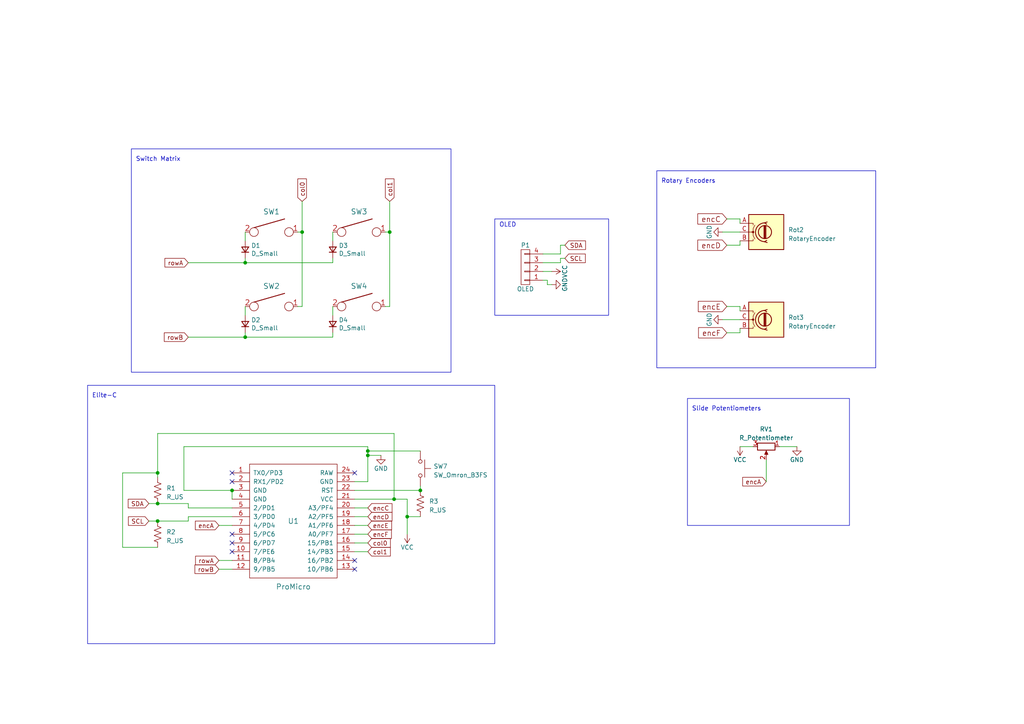
<source format=kicad_sch>
(kicad_sch (version 20230121) (generator eeschema)

  (uuid 4ca540ec-4b79-4253-a8bb-c0e3307c7b24)

  (paper "A4")

  (lib_symbols
    (symbol "Device:D_Small" (pin_numbers hide) (pin_names (offset 0.254) hide) (in_bom yes) (on_board yes)
      (property "Reference" "D" (at -1.27 2.032 0)
        (effects (font (size 1.27 1.27)) (justify left))
      )
      (property "Value" "D_Small" (at -3.81 -2.032 0)
        (effects (font (size 1.27 1.27)) (justify left))
      )
      (property "Footprint" "" (at 0 0 90)
        (effects (font (size 1.27 1.27)) hide)
      )
      (property "Datasheet" "~" (at 0 0 90)
        (effects (font (size 1.27 1.27)) hide)
      )
      (property "Sim.Device" "D" (at 0 0 0)
        (effects (font (size 1.27 1.27)) hide)
      )
      (property "Sim.Pins" "1=K 2=A" (at 0 0 0)
        (effects (font (size 1.27 1.27)) hide)
      )
      (property "ki_keywords" "diode" (at 0 0 0)
        (effects (font (size 1.27 1.27)) hide)
      )
      (property "ki_description" "Diode, small symbol" (at 0 0 0)
        (effects (font (size 1.27 1.27)) hide)
      )
      (property "ki_fp_filters" "TO-???* *_Diode_* *SingleDiode* D_*" (at 0 0 0)
        (effects (font (size 1.27 1.27)) hide)
      )
      (symbol "D_Small_0_1"
        (polyline
          (pts
            (xy -0.762 -1.016)
            (xy -0.762 1.016)
          )
          (stroke (width 0.254) (type default))
          (fill (type none))
        )
        (polyline
          (pts
            (xy -0.762 0)
            (xy 0.762 0)
          )
          (stroke (width 0) (type default))
          (fill (type none))
        )
        (polyline
          (pts
            (xy 0.762 -1.016)
            (xy -0.762 0)
            (xy 0.762 1.016)
            (xy 0.762 -1.016)
          )
          (stroke (width 0.254) (type default))
          (fill (type none))
        )
      )
      (symbol "D_Small_1_1"
        (pin passive line (at -2.54 0 0) (length 1.778)
          (name "K" (effects (font (size 1.27 1.27))))
          (number "1" (effects (font (size 1.27 1.27))))
        )
        (pin passive line (at 2.54 0 180) (length 1.778)
          (name "A" (effects (font (size 1.27 1.27))))
          (number "2" (effects (font (size 1.27 1.27))))
        )
      )
    )
    (symbol "Device:R_Potentiometer" (pin_names (offset 1.016) hide) (in_bom yes) (on_board yes)
      (property "Reference" "RV" (at -4.445 0 90)
        (effects (font (size 1.27 1.27)))
      )
      (property "Value" "R_Potentiometer" (at -2.54 0 90)
        (effects (font (size 1.27 1.27)))
      )
      (property "Footprint" "" (at 0 0 0)
        (effects (font (size 1.27 1.27)) hide)
      )
      (property "Datasheet" "~" (at 0 0 0)
        (effects (font (size 1.27 1.27)) hide)
      )
      (property "ki_keywords" "resistor variable" (at 0 0 0)
        (effects (font (size 1.27 1.27)) hide)
      )
      (property "ki_description" "Potentiometer" (at 0 0 0)
        (effects (font (size 1.27 1.27)) hide)
      )
      (property "ki_fp_filters" "Potentiometer*" (at 0 0 0)
        (effects (font (size 1.27 1.27)) hide)
      )
      (symbol "R_Potentiometer_0_1"
        (polyline
          (pts
            (xy 2.54 0)
            (xy 1.524 0)
          )
          (stroke (width 0) (type default))
          (fill (type none))
        )
        (polyline
          (pts
            (xy 1.143 0)
            (xy 2.286 0.508)
            (xy 2.286 -0.508)
            (xy 1.143 0)
          )
          (stroke (width 0) (type default))
          (fill (type outline))
        )
        (rectangle (start 1.016 2.54) (end -1.016 -2.54)
          (stroke (width 0.254) (type default))
          (fill (type none))
        )
      )
      (symbol "R_Potentiometer_1_1"
        (pin passive line (at 0 3.81 270) (length 1.27)
          (name "1" (effects (font (size 1.27 1.27))))
          (number "1" (effects (font (size 1.27 1.27))))
        )
        (pin passive line (at 3.81 0 180) (length 1.27)
          (name "2" (effects (font (size 1.27 1.27))))
          (number "2" (effects (font (size 1.27 1.27))))
        )
        (pin passive line (at 0 -3.81 90) (length 1.27)
          (name "3" (effects (font (size 1.27 1.27))))
          (number "3" (effects (font (size 1.27 1.27))))
        )
      )
    )
    (symbol "Device:R_US" (pin_numbers hide) (pin_names (offset 0)) (in_bom yes) (on_board yes)
      (property "Reference" "R" (at 2.54 0 90)
        (effects (font (size 1.27 1.27)))
      )
      (property "Value" "R_US" (at -2.54 0 90)
        (effects (font (size 1.27 1.27)))
      )
      (property "Footprint" "" (at 1.016 -0.254 90)
        (effects (font (size 1.27 1.27)) hide)
      )
      (property "Datasheet" "~" (at 0 0 0)
        (effects (font (size 1.27 1.27)) hide)
      )
      (property "ki_keywords" "R res resistor" (at 0 0 0)
        (effects (font (size 1.27 1.27)) hide)
      )
      (property "ki_description" "Resistor, US symbol" (at 0 0 0)
        (effects (font (size 1.27 1.27)) hide)
      )
      (property "ki_fp_filters" "R_*" (at 0 0 0)
        (effects (font (size 1.27 1.27)) hide)
      )
      (symbol "R_US_0_1"
        (polyline
          (pts
            (xy 0 -2.286)
            (xy 0 -2.54)
          )
          (stroke (width 0) (type default))
          (fill (type none))
        )
        (polyline
          (pts
            (xy 0 2.286)
            (xy 0 2.54)
          )
          (stroke (width 0) (type default))
          (fill (type none))
        )
        (polyline
          (pts
            (xy 0 -0.762)
            (xy 1.016 -1.143)
            (xy 0 -1.524)
            (xy -1.016 -1.905)
            (xy 0 -2.286)
          )
          (stroke (width 0) (type default))
          (fill (type none))
        )
        (polyline
          (pts
            (xy 0 0.762)
            (xy 1.016 0.381)
            (xy 0 0)
            (xy -1.016 -0.381)
            (xy 0 -0.762)
          )
          (stroke (width 0) (type default))
          (fill (type none))
        )
        (polyline
          (pts
            (xy 0 2.286)
            (xy 1.016 1.905)
            (xy 0 1.524)
            (xy -1.016 1.143)
            (xy 0 0.762)
          )
          (stroke (width 0) (type default))
          (fill (type none))
        )
      )
      (symbol "R_US_1_1"
        (pin passive line (at 0 3.81 270) (length 1.27)
          (name "~" (effects (font (size 1.27 1.27))))
          (number "1" (effects (font (size 1.27 1.27))))
        )
        (pin passive line (at 0 -3.81 90) (length 1.27)
          (name "~" (effects (font (size 1.27 1.27))))
          (number "2" (effects (font (size 1.27 1.27))))
        )
      )
    )
    (symbol "Device:RotaryEncoder" (pin_names (offset 0.254) hide) (in_bom yes) (on_board yes)
      (property "Reference" "SW" (at 0 6.604 0)
        (effects (font (size 1.27 1.27)))
      )
      (property "Value" "RotaryEncoder" (at 0 -6.604 0)
        (effects (font (size 1.27 1.27)))
      )
      (property "Footprint" "" (at -3.81 4.064 0)
        (effects (font (size 1.27 1.27)) hide)
      )
      (property "Datasheet" "~" (at 0 6.604 0)
        (effects (font (size 1.27 1.27)) hide)
      )
      (property "ki_keywords" "rotary switch encoder" (at 0 0 0)
        (effects (font (size 1.27 1.27)) hide)
      )
      (property "ki_description" "Rotary encoder, dual channel, incremental quadrate outputs" (at 0 0 0)
        (effects (font (size 1.27 1.27)) hide)
      )
      (property "ki_fp_filters" "RotaryEncoder*" (at 0 0 0)
        (effects (font (size 1.27 1.27)) hide)
      )
      (symbol "RotaryEncoder_0_1"
        (rectangle (start -5.08 5.08) (end 5.08 -5.08)
          (stroke (width 0.254) (type default))
          (fill (type background))
        )
        (circle (center -3.81 0) (radius 0.254)
          (stroke (width 0) (type default))
          (fill (type outline))
        )
        (circle (center -0.381 0) (radius 1.905)
          (stroke (width 0.254) (type default))
          (fill (type none))
        )
        (arc (start -0.381 2.667) (mid -3.0988 -0.0635) (end -0.381 -2.794)
          (stroke (width 0.254) (type default))
          (fill (type none))
        )
        (polyline
          (pts
            (xy -0.635 -1.778)
            (xy -0.635 1.778)
          )
          (stroke (width 0.254) (type default))
          (fill (type none))
        )
        (polyline
          (pts
            (xy -0.381 -1.778)
            (xy -0.381 1.778)
          )
          (stroke (width 0.254) (type default))
          (fill (type none))
        )
        (polyline
          (pts
            (xy -0.127 1.778)
            (xy -0.127 -1.778)
          )
          (stroke (width 0.254) (type default))
          (fill (type none))
        )
        (polyline
          (pts
            (xy -5.08 -2.54)
            (xy -3.81 -2.54)
            (xy -3.81 -2.032)
          )
          (stroke (width 0) (type default))
          (fill (type none))
        )
        (polyline
          (pts
            (xy -5.08 2.54)
            (xy -3.81 2.54)
            (xy -3.81 2.032)
          )
          (stroke (width 0) (type default))
          (fill (type none))
        )
        (polyline
          (pts
            (xy 0.254 -3.048)
            (xy -0.508 -2.794)
            (xy 0.127 -2.413)
          )
          (stroke (width 0.254) (type default))
          (fill (type none))
        )
        (polyline
          (pts
            (xy 0.254 2.921)
            (xy -0.508 2.667)
            (xy 0.127 2.286)
          )
          (stroke (width 0.254) (type default))
          (fill (type none))
        )
        (polyline
          (pts
            (xy -5.08 0)
            (xy -3.81 0)
            (xy -3.81 -1.016)
            (xy -3.302 -2.032)
          )
          (stroke (width 0) (type default))
          (fill (type none))
        )
        (polyline
          (pts
            (xy -4.318 0)
            (xy -3.81 0)
            (xy -3.81 1.016)
            (xy -3.302 2.032)
          )
          (stroke (width 0) (type default))
          (fill (type none))
        )
      )
      (symbol "RotaryEncoder_1_1"
        (pin passive line (at -7.62 2.54 0) (length 2.54)
          (name "A" (effects (font (size 1.27 1.27))))
          (number "A" (effects (font (size 1.27 1.27))))
        )
        (pin passive line (at -7.62 -2.54 0) (length 2.54)
          (name "B" (effects (font (size 1.27 1.27))))
          (number "B" (effects (font (size 1.27 1.27))))
        )
        (pin passive line (at -7.62 0 0) (length 2.54)
          (name "C" (effects (font (size 1.27 1.27))))
          (number "C" (effects (font (size 1.27 1.27))))
        )
      )
    )
    (symbol "Lily58-rescue:CONN_01X04-Lily58-cache" (pin_names (offset 1.016) hide) (in_bom yes) (on_board yes)
      (property "Reference" "P" (at 0 6.35 0)
        (effects (font (size 1.27 1.27)))
      )
      (property "Value" "Lily58-cache:CONN_01X04" (at 2.54 0 90)
        (effects (font (size 1.27 1.27)))
      )
      (property "Footprint" "" (at 0 0 0)
        (effects (font (size 1.27 1.27)))
      )
      (property "Datasheet" "" (at 0 0 0)
        (effects (font (size 1.27 1.27)))
      )
      (property "ki_fp_filters" "Pin_Header_Straight_1X04 Pin_Header_Angled_1X04 Socket_Strip_Straight_1X04 Socket_Strip_Angled_1X04" (at 0 0 0)
        (effects (font (size 1.27 1.27)) hide)
      )
      (symbol "CONN_01X04-Lily58-cache_0_1"
        (rectangle (start -1.27 -3.683) (end 0.254 -3.937)
          (stroke (width 0) (type solid))
          (fill (type none))
        )
        (rectangle (start -1.27 -1.143) (end 0.254 -1.397)
          (stroke (width 0) (type solid))
          (fill (type none))
        )
        (rectangle (start -1.27 1.397) (end 0.254 1.143)
          (stroke (width 0) (type solid))
          (fill (type none))
        )
        (rectangle (start -1.27 3.937) (end 0.254 3.683)
          (stroke (width 0) (type solid))
          (fill (type none))
        )
        (rectangle (start -1.27 5.08) (end 1.27 -5.08)
          (stroke (width 0) (type solid))
          (fill (type none))
        )
      )
      (symbol "CONN_01X04-Lily58-cache_1_1"
        (pin passive line (at -5.08 3.81 0) (length 3.81)
          (name "P1" (effects (font (size 1.27 1.27))))
          (number "1" (effects (font (size 1.27 1.27))))
        )
        (pin passive line (at -5.08 1.27 0) (length 3.81)
          (name "P2" (effects (font (size 1.27 1.27))))
          (number "2" (effects (font (size 1.27 1.27))))
        )
        (pin passive line (at -5.08 -1.27 0) (length 3.81)
          (name "P3" (effects (font (size 1.27 1.27))))
          (number "3" (effects (font (size 1.27 1.27))))
        )
        (pin passive line (at -5.08 -3.81 0) (length 3.81)
          (name "P4" (effects (font (size 1.27 1.27))))
          (number "4" (effects (font (size 1.27 1.27))))
        )
      )
    )
    (symbol "Switch:SW_Omron_B3FS" (pin_numbers hide) (pin_names (offset 1.016) hide) (in_bom yes) (on_board yes)
      (property "Reference" "SW" (at 1.27 2.54 0)
        (effects (font (size 1.27 1.27)) (justify left))
      )
      (property "Value" "SW_Omron_B3FS" (at 0 -1.524 0)
        (effects (font (size 1.27 1.27)))
      )
      (property "Footprint" "" (at 0 5.08 0)
        (effects (font (size 1.27 1.27)) hide)
      )
      (property "Datasheet" "https://omronfs.omron.com/en_US/ecb/products/pdf/en-b3fs.pdf" (at 0 5.08 0)
        (effects (font (size 1.27 1.27)) hide)
      )
      (property "ki_keywords" "switch normally-open pushbutton push-button" (at 0 0 0)
        (effects (font (size 1.27 1.27)) hide)
      )
      (property "ki_description" "Omron B3FS 6x6mm single pole normally-open tactile switch" (at 0 0 0)
        (effects (font (size 1.27 1.27)) hide)
      )
      (property "ki_fp_filters" "SW*Omron*B3FS*" (at 0 0 0)
        (effects (font (size 1.27 1.27)) hide)
      )
      (symbol "SW_Omron_B3FS_0_1"
        (circle (center -2.032 0) (radius 0.508)
          (stroke (width 0) (type default))
          (fill (type none))
        )
        (polyline
          (pts
            (xy 0 1.27)
            (xy 0 3.048)
          )
          (stroke (width 0) (type default))
          (fill (type none))
        )
        (polyline
          (pts
            (xy 2.54 1.27)
            (xy -2.54 1.27)
          )
          (stroke (width 0) (type default))
          (fill (type none))
        )
        (circle (center 2.032 0) (radius 0.508)
          (stroke (width 0) (type default))
          (fill (type none))
        )
        (pin passive line (at -5.08 0 0) (length 2.54)
          (name "1" (effects (font (size 1.27 1.27))))
          (number "1" (effects (font (size 1.27 1.27))))
        )
        (pin passive line (at 5.08 0 180) (length 2.54)
          (name "2" (effects (font (size 1.27 1.27))))
          (number "2" (effects (font (size 1.27 1.27))))
        )
      )
    )
    (symbol "fourier-left-rescue:ProMicro-promicro" (pin_names (offset 1.016)) (in_bom yes) (on_board yes)
      (property "Reference" "U" (at 0 0 0)
        (effects (font (size 1.524 1.524)))
      )
      (property "Value" "ProMicro-promicro" (at 0 -19.05 0)
        (effects (font (size 1.524 1.524)))
      )
      (property "Footprint" "" (at 26.67 -63.5 90)
        (effects (font (size 1.524 1.524)) hide)
      )
      (property "Datasheet" "" (at 26.67 -63.5 90)
        (effects (font (size 1.524 1.524)) hide)
      )
      (symbol "ProMicro-promicro_0_1"
        (rectangle (start -12.7 -16.51) (end 12.7 16.51)
          (stroke (width 0) (type solid))
          (fill (type none))
        )
      )
      (symbol "ProMicro-promicro_1_1"
        (pin input line (at -17.78 13.97 0) (length 5.08)
          (name "TX0/PD3" (effects (font (size 1.27 1.27))))
          (number "1" (effects (font (size 1.27 1.27))))
        )
        (pin input line (at -17.78 -8.89 0) (length 5.08)
          (name "7/PE6" (effects (font (size 1.27 1.27))))
          (number "10" (effects (font (size 1.27 1.27))))
        )
        (pin input line (at -17.78 -11.43 0) (length 5.08)
          (name "8/PB4" (effects (font (size 1.27 1.27))))
          (number "11" (effects (font (size 1.27 1.27))))
        )
        (pin input line (at -17.78 -13.97 0) (length 5.08)
          (name "9/PB5" (effects (font (size 1.27 1.27))))
          (number "12" (effects (font (size 1.27 1.27))))
        )
        (pin input line (at 17.78 -13.97 180) (length 5.08)
          (name "10/PB6" (effects (font (size 1.27 1.27))))
          (number "13" (effects (font (size 1.27 1.27))))
        )
        (pin input line (at 17.78 -11.43 180) (length 5.08)
          (name "16/PB2" (effects (font (size 1.27 1.27))))
          (number "14" (effects (font (size 1.27 1.27))))
        )
        (pin input line (at 17.78 -8.89 180) (length 5.08)
          (name "14/PB3" (effects (font (size 1.27 1.27))))
          (number "15" (effects (font (size 1.27 1.27))))
        )
        (pin input line (at 17.78 -6.35 180) (length 5.08)
          (name "15/PB1" (effects (font (size 1.27 1.27))))
          (number "16" (effects (font (size 1.27 1.27))))
        )
        (pin input line (at 17.78 -3.81 180) (length 5.08)
          (name "A0/PF7" (effects (font (size 1.27 1.27))))
          (number "17" (effects (font (size 1.27 1.27))))
        )
        (pin input line (at 17.78 -1.27 180) (length 5.08)
          (name "A1/PF6" (effects (font (size 1.27 1.27))))
          (number "18" (effects (font (size 1.27 1.27))))
        )
        (pin input line (at 17.78 1.27 180) (length 5.08)
          (name "A2/PF5" (effects (font (size 1.27 1.27))))
          (number "19" (effects (font (size 1.27 1.27))))
        )
        (pin input line (at -17.78 11.43 0) (length 5.08)
          (name "RX1/PD2" (effects (font (size 1.27 1.27))))
          (number "2" (effects (font (size 1.27 1.27))))
        )
        (pin input line (at 17.78 3.81 180) (length 5.08)
          (name "A3/PF4" (effects (font (size 1.27 1.27))))
          (number "20" (effects (font (size 1.27 1.27))))
        )
        (pin input line (at 17.78 6.35 180) (length 5.08)
          (name "VCC" (effects (font (size 1.27 1.27))))
          (number "21" (effects (font (size 1.27 1.27))))
        )
        (pin input line (at 17.78 8.89 180) (length 5.08)
          (name "RST" (effects (font (size 1.27 1.27))))
          (number "22" (effects (font (size 1.27 1.27))))
        )
        (pin input line (at 17.78 11.43 180) (length 5.08)
          (name "GND" (effects (font (size 1.27 1.27))))
          (number "23" (effects (font (size 1.27 1.27))))
        )
        (pin input line (at 17.78 13.97 180) (length 5.08)
          (name "RAW" (effects (font (size 1.27 1.27))))
          (number "24" (effects (font (size 1.27 1.27))))
        )
        (pin input line (at -17.78 8.89 0) (length 5.08)
          (name "GND" (effects (font (size 1.27 1.27))))
          (number "3" (effects (font (size 1.27 1.27))))
        )
        (pin input line (at -17.78 6.35 0) (length 5.08)
          (name "GND" (effects (font (size 1.27 1.27))))
          (number "4" (effects (font (size 1.27 1.27))))
        )
        (pin input line (at -17.78 3.81 0) (length 5.08)
          (name "2/PD1" (effects (font (size 1.27 1.27))))
          (number "5" (effects (font (size 1.27 1.27))))
        )
        (pin input line (at -17.78 1.27 0) (length 5.08)
          (name "3/PD0" (effects (font (size 1.27 1.27))))
          (number "6" (effects (font (size 1.27 1.27))))
        )
        (pin input line (at -17.78 -1.27 0) (length 5.08)
          (name "4/PD4" (effects (font (size 1.27 1.27))))
          (number "7" (effects (font (size 1.27 1.27))))
        )
        (pin input line (at -17.78 -3.81 0) (length 5.08)
          (name "5/PC6" (effects (font (size 1.27 1.27))))
          (number "8" (effects (font (size 1.27 1.27))))
        )
        (pin input line (at -17.78 -6.35 0) (length 5.08)
          (name "6/PD7" (effects (font (size 1.27 1.27))))
          (number "9" (effects (font (size 1.27 1.27))))
        )
      )
    )
    (symbol "keyboard_parts:KEYSW" (pin_names (offset 1.016)) (in_bom yes) (on_board yes)
      (property "Reference" "K?" (at -1.27 0 0)
        (effects (font (size 1.524 1.524)))
      )
      (property "Value" "KEYSW" (at 0 -2.54 0)
        (effects (font (size 1.524 1.524)) hide)
      )
      (property "Footprint" "" (at 0 0 0)
        (effects (font (size 1.524 1.524)))
      )
      (property "Datasheet" "" (at 0 0 0)
        (effects (font (size 1.524 1.524)))
      )
      (symbol "KEYSW_0_1"
        (circle (center -5.08 0) (radius 1.27)
          (stroke (width 0) (type default))
          (fill (type none))
        )
        (polyline
          (pts
            (xy -5.08 1.27)
            (xy 3.81 3.81)
          )
          (stroke (width 0.254) (type default))
          (fill (type none))
        )
        (circle (center 5.08 0) (radius 1.27)
          (stroke (width 0) (type default))
          (fill (type none))
        )
      )
      (symbol "KEYSW_1_1"
        (pin passive line (at 7.62 0 180) (length 1.27)
          (name "~" (effects (font (size 1.524 1.524))))
          (number "1" (effects (font (size 1.524 1.524))))
        )
        (pin passive line (at -7.62 0 0) (length 1.27)
          (name "~" (effects (font (size 1.524 1.524))))
          (number "2" (effects (font (size 1.524 1.524))))
        )
      )
    )
    (symbol "power:GND" (power) (pin_names (offset 0)) (in_bom yes) (on_board yes)
      (property "Reference" "#PWR" (at 0 -6.35 0)
        (effects (font (size 1.27 1.27)) hide)
      )
      (property "Value" "GND" (at 0 -3.81 0)
        (effects (font (size 1.27 1.27)))
      )
      (property "Footprint" "" (at 0 0 0)
        (effects (font (size 1.27 1.27)) hide)
      )
      (property "Datasheet" "" (at 0 0 0)
        (effects (font (size 1.27 1.27)) hide)
      )
      (property "ki_keywords" "global power" (at 0 0 0)
        (effects (font (size 1.27 1.27)) hide)
      )
      (property "ki_description" "Power symbol creates a global label with name \"GND\" , ground" (at 0 0 0)
        (effects (font (size 1.27 1.27)) hide)
      )
      (symbol "GND_0_1"
        (polyline
          (pts
            (xy 0 0)
            (xy 0 -1.27)
            (xy 1.27 -1.27)
            (xy 0 -2.54)
            (xy -1.27 -1.27)
            (xy 0 -1.27)
          )
          (stroke (width 0) (type default))
          (fill (type none))
        )
      )
      (symbol "GND_1_1"
        (pin power_in line (at 0 0 270) (length 0) hide
          (name "GND" (effects (font (size 1.27 1.27))))
          (number "1" (effects (font (size 1.27 1.27))))
        )
      )
    )
    (symbol "power:VCC" (power) (pin_names (offset 0)) (in_bom yes) (on_board yes)
      (property "Reference" "#PWR" (at 0 -3.81 0)
        (effects (font (size 1.27 1.27)) hide)
      )
      (property "Value" "VCC" (at 0 3.81 0)
        (effects (font (size 1.27 1.27)))
      )
      (property "Footprint" "" (at 0 0 0)
        (effects (font (size 1.27 1.27)) hide)
      )
      (property "Datasheet" "" (at 0 0 0)
        (effects (font (size 1.27 1.27)) hide)
      )
      (property "ki_keywords" "global power" (at 0 0 0)
        (effects (font (size 1.27 1.27)) hide)
      )
      (property "ki_description" "Power symbol creates a global label with name \"VCC\"" (at 0 0 0)
        (effects (font (size 1.27 1.27)) hide)
      )
      (symbol "VCC_0_1"
        (polyline
          (pts
            (xy -0.762 1.27)
            (xy 0 2.54)
          )
          (stroke (width 0) (type default))
          (fill (type none))
        )
        (polyline
          (pts
            (xy 0 0)
            (xy 0 2.54)
          )
          (stroke (width 0) (type default))
          (fill (type none))
        )
        (polyline
          (pts
            (xy 0 2.54)
            (xy 0.762 1.27)
          )
          (stroke (width 0) (type default))
          (fill (type none))
        )
      )
      (symbol "VCC_1_1"
        (pin power_in line (at 0 0 90) (length 0) hide
          (name "VCC" (effects (font (size 1.27 1.27))))
          (number "1" (effects (font (size 1.27 1.27))))
        )
      )
    )
  )

  (junction (at 113.03 67.31) (diameter 0) (color 0 0 0 0)
    (uuid 0c0808a2-0a92-4419-8912-939c1674b199)
  )
  (junction (at 67.31 142.24) (diameter 0) (color 0 0 0 0)
    (uuid 2dc6f987-b34d-467b-b6e8-8968b41f277a)
  )
  (junction (at 118.11 149.86) (diameter 0) (color 0 0 0 0)
    (uuid 2eebdae9-bf8f-47e8-a498-fd64804230b9)
  )
  (junction (at 71.12 76.2) (diameter 0) (color 0 0 0 0)
    (uuid 35e1f12f-75b1-4c94-a649-dc4366131add)
  )
  (junction (at 45.72 137.16) (diameter 0) (color 0 0 0 0)
    (uuid 3bee580c-171a-49f6-a0ff-a45102220cd4)
  )
  (junction (at 71.12 97.79) (diameter 0) (color 0 0 0 0)
    (uuid 41b0fefe-9042-422b-bbab-64465b8ea6e6)
  )
  (junction (at 121.92 142.24) (diameter 0) (color 0 0 0 0)
    (uuid 433b7b7e-df55-4f8e-96f2-6b2c8de5e312)
  )
  (junction (at 45.72 151.13) (diameter 0) (color 0 0 0 0)
    (uuid 46595610-606e-4d86-96cb-9287df201370)
  )
  (junction (at 106.68 130.81) (diameter 0) (color 0 0 0 0)
    (uuid 92d53e8e-feb2-42f3-aed5-90e111dc9a5a)
  )
  (junction (at 114.3 144.78) (diameter 0) (color 0 0 0 0)
    (uuid bd77e465-824b-41ce-b60e-1c3a68b60874)
  )
  (junction (at 106.68 132.08) (diameter 0) (color 0 0 0 0)
    (uuid d4b11a89-42d2-4dd1-b132-d6b7c52af2bf)
  )
  (junction (at 87.63 67.31) (diameter 0) (color 0 0 0 0)
    (uuid e72c8c23-da20-4050-896a-61942a96b135)
  )
  (junction (at 45.72 146.05) (diameter 0) (color 0 0 0 0)
    (uuid f3d7edfe-3632-4193-a9a9-8771ea56b2b5)
  )

  (no_connect (at 67.31 139.7) (uuid 2a75423f-3419-4240-8475-8732ca8170df))
  (no_connect (at 67.31 157.48) (uuid 742802de-562e-4f64-be26-d4db7400919b))
  (no_connect (at 102.87 165.1) (uuid 94674016-ba64-42e6-bd42-300a0976fac2))
  (no_connect (at 102.87 162.56) (uuid 94e24e03-6d18-4c31-832a-4582ed1ceeeb))
  (no_connect (at 67.31 137.16) (uuid 98ed26d5-ee56-45db-bdfe-7a8c2cfb8e0c))
  (no_connect (at 67.31 160.02) (uuid 9c236296-126a-475f-bf89-fbff995d33b9))
  (no_connect (at 102.87 137.16) (uuid f1823aa5-e103-4256-bc47-3f0ee8b91879))
  (no_connect (at 67.31 154.94) (uuid fe3d44e5-bae4-4357-ad2a-4f37d40c4f4e))

  (wire (pts (xy 54.61 147.32) (xy 54.61 146.05))
    (stroke (width 0) (type default))
    (uuid 01a3cccb-2faf-48c5-98cc-4579ea680552)
  )
  (wire (pts (xy 111.76 88.9) (xy 113.03 88.9))
    (stroke (width 0) (type default))
    (uuid 02206d0c-c7cc-45d2-9233-5e27265a0a30)
  )
  (wire (pts (xy 102.87 142.24) (xy 121.92 142.24))
    (stroke (width 0) (type default))
    (uuid 06c8532c-78bf-4cfa-a28f-1d6a601795e8)
  )
  (wire (pts (xy 162.56 71.12) (xy 163.83 71.12))
    (stroke (width 0) (type default))
    (uuid 0ca2f08f-6259-4d5f-b8b2-29f23076250a)
  )
  (wire (pts (xy 71.12 96.52) (xy 71.12 97.79))
    (stroke (width 0) (type default))
    (uuid 0cec4bd1-223f-480a-a0e7-a18efe66bd6c)
  )
  (wire (pts (xy 54.61 146.05) (xy 45.72 146.05))
    (stroke (width 0) (type default))
    (uuid 11184c05-e095-450a-a6f2-c3e848cf787a)
  )
  (wire (pts (xy 71.12 97.79) (xy 96.52 97.79))
    (stroke (width 0) (type default))
    (uuid 18edd8d5-4972-4773-b950-5c96f1cdec6e)
  )
  (wire (pts (xy 214.63 88.9) (xy 214.63 90.17))
    (stroke (width 0) (type default))
    (uuid 21fa8d50-3d85-42ee-a443-1acc60a6dfff)
  )
  (wire (pts (xy 121.92 140.97) (xy 121.92 142.24))
    (stroke (width 0) (type default))
    (uuid 22fd5172-7210-41c0-8ba3-c121afbf3cb5)
  )
  (wire (pts (xy 96.52 67.31) (xy 96.52 69.85))
    (stroke (width 0) (type default))
    (uuid 248fcc36-ec74-4485-8894-cd689771c2df)
  )
  (wire (pts (xy 214.63 69.85) (xy 214.63 71.12))
    (stroke (width 0) (type default))
    (uuid 2803d072-950c-44e7-87d9-ca4e1f9d8fdf)
  )
  (wire (pts (xy 87.63 58.42) (xy 87.63 67.31))
    (stroke (width 0) (type default))
    (uuid 2ce150e6-b2e8-437d-9ad0-2e16d2b6ae68)
  )
  (wire (pts (xy 162.56 71.12) (xy 162.56 73.66))
    (stroke (width 0) (type default))
    (uuid 2e34e4e1-bfbd-41b1-acd7-b7d013ffc06e)
  )
  (wire (pts (xy 71.12 88.9) (xy 71.12 91.44))
    (stroke (width 0) (type default))
    (uuid 39502fd1-d654-4b63-9df7-3622291cec66)
  )
  (wire (pts (xy 53.34 129.54) (xy 53.34 142.24))
    (stroke (width 0) (type default))
    (uuid 395532f3-221b-422b-9f92-aba122812fce)
  )
  (wire (pts (xy 157.48 78.74) (xy 160.02 78.74))
    (stroke (width 0) (type default))
    (uuid 395fa23a-c484-46d8-8d81-d633f6aba717)
  )
  (wire (pts (xy 209.55 67.31) (xy 214.63 67.31))
    (stroke (width 0) (type default))
    (uuid 3aaa55b7-0df7-4824-8d9e-4bab3b726cf2)
  )
  (wire (pts (xy 118.11 154.94) (xy 118.11 149.86))
    (stroke (width 0) (type default))
    (uuid 3b739f5a-e012-46f2-9851-283e33300dee)
  )
  (wire (pts (xy 43.18 151.13) (xy 45.72 151.13))
    (stroke (width 0) (type default))
    (uuid 3c975863-f714-4dbb-b3f9-c4644cc699dd)
  )
  (wire (pts (xy 102.87 139.7) (xy 106.68 139.7))
    (stroke (width 0) (type default))
    (uuid 415d0e35-f31c-45db-8046-3fc041fc83ff)
  )
  (wire (pts (xy 54.61 97.79) (xy 71.12 97.79))
    (stroke (width 0) (type default))
    (uuid 427eec64-2698-441f-935f-e8de72d54701)
  )
  (wire (pts (xy 67.31 142.24) (xy 67.31 144.78))
    (stroke (width 0) (type default))
    (uuid 440d9268-12f7-4c02-9661-dc56b2ad7718)
  )
  (wire (pts (xy 54.61 151.13) (xy 54.61 149.86))
    (stroke (width 0) (type default))
    (uuid 47fc0338-a0f7-4df8-ab88-a1675098b019)
  )
  (wire (pts (xy 96.52 96.52) (xy 96.52 97.79))
    (stroke (width 0) (type default))
    (uuid 490d3b01-1af5-476d-b8ad-64d89ce9ad77)
  )
  (wire (pts (xy 118.11 144.78) (xy 114.3 144.78))
    (stroke (width 0) (type default))
    (uuid 4e414149-20d6-46cb-9c65-82bc0b7078c0)
  )
  (wire (pts (xy 96.52 74.93) (xy 96.52 76.2))
    (stroke (width 0) (type default))
    (uuid 4fc955e3-72b0-44df-9904-794cea1c9aa1)
  )
  (wire (pts (xy 106.68 130.81) (xy 121.92 130.81))
    (stroke (width 0) (type default))
    (uuid 509c7eb1-940b-453d-a137-46ebd1775eda)
  )
  (wire (pts (xy 106.68 139.7) (xy 106.68 132.08))
    (stroke (width 0) (type default))
    (uuid 52a31ce7-df6a-4da4-bea0-f57b94c4763b)
  )
  (wire (pts (xy 45.72 138.43) (xy 45.72 137.16))
    (stroke (width 0) (type default))
    (uuid 52ec5f4f-780f-498e-a259-2bc26ef6b5e1)
  )
  (wire (pts (xy 209.55 92.71) (xy 214.63 92.71))
    (stroke (width 0) (type default))
    (uuid 534ba76a-e6fb-40ef-841d-57acf779cf94)
  )
  (wire (pts (xy 114.3 125.73) (xy 114.3 144.78))
    (stroke (width 0) (type default))
    (uuid 57b2c8f4-b6b7-42ab-9387-467eda201acb)
  )
  (wire (pts (xy 106.68 130.81) (xy 106.68 129.54))
    (stroke (width 0) (type default))
    (uuid 5bed3f70-dc79-47c4-a406-0f006f8ca379)
  )
  (wire (pts (xy 63.5 152.4) (xy 67.31 152.4))
    (stroke (width 0) (type default))
    (uuid 65a087c3-3554-4ab8-93cd-9bd2c919b07f)
  )
  (wire (pts (xy 158.75 82.55) (xy 160.02 82.55))
    (stroke (width 0) (type default))
    (uuid 6f8696ff-beda-4ad9-b9c4-b4a6441d1087)
  )
  (wire (pts (xy 226.06 129.54) (xy 231.14 129.54))
    (stroke (width 0) (type default))
    (uuid 6f924664-2593-487d-bf40-5050d01efe3d)
  )
  (wire (pts (xy 71.12 67.31) (xy 71.12 69.85))
    (stroke (width 0) (type default))
    (uuid 7236f0c2-75a6-47c0-855a-478546e97a94)
  )
  (wire (pts (xy 102.87 157.48) (xy 106.68 157.48))
    (stroke (width 0) (type default))
    (uuid 75daf265-27cb-40d8-b754-91af3ae32f89)
  )
  (wire (pts (xy 53.34 142.24) (xy 67.31 142.24))
    (stroke (width 0) (type default))
    (uuid 784fae42-605b-4bd8-9fe5-d1c40196603b)
  )
  (wire (pts (xy 162.56 74.93) (xy 162.56 76.2))
    (stroke (width 0) (type default))
    (uuid 7e26b92b-51b2-43f5-a78a-48a006380108)
  )
  (wire (pts (xy 106.68 129.54) (xy 53.34 129.54))
    (stroke (width 0) (type default))
    (uuid 82790bbd-c161-4f4b-8be5-7c085c905718)
  )
  (wire (pts (xy 71.12 76.2) (xy 96.52 76.2))
    (stroke (width 0) (type default))
    (uuid 854ce746-9497-4bea-b382-2570570d81a0)
  )
  (wire (pts (xy 158.75 82.55) (xy 158.75 81.28))
    (stroke (width 0) (type default))
    (uuid 87038293-39e5-4970-bdb7-d230c0706def)
  )
  (wire (pts (xy 162.56 76.2) (xy 157.48 76.2))
    (stroke (width 0) (type default))
    (uuid 877662ec-41ee-45fd-9426-521b1b871e29)
  )
  (wire (pts (xy 54.61 147.32) (xy 67.31 147.32))
    (stroke (width 0) (type default))
    (uuid 88cea4fc-5282-4645-a466-67a51e8e7083)
  )
  (wire (pts (xy 54.61 149.86) (xy 67.31 149.86))
    (stroke (width 0) (type default))
    (uuid 8af34597-e2c0-45d3-abd8-4104949e7d10)
  )
  (wire (pts (xy 87.63 67.31) (xy 87.63 88.9))
    (stroke (width 0) (type default))
    (uuid 8eeb941f-6f70-413d-8cff-3c2744a087ce)
  )
  (wire (pts (xy 214.63 71.12) (xy 210.82 71.12))
    (stroke (width 0) (type default))
    (uuid 90f2e249-0788-447d-8bac-a533778a5fe6)
  )
  (wire (pts (xy 106.68 132.08) (xy 106.68 130.81))
    (stroke (width 0) (type default))
    (uuid 99ed7f3b-5c12-4d2e-9114-5b3fe8da6b5d)
  )
  (wire (pts (xy 214.63 96.52) (xy 210.82 96.52))
    (stroke (width 0) (type default))
    (uuid 9b6805b3-73dd-457d-afce-c52ac2021744)
  )
  (wire (pts (xy 210.82 63.5) (xy 214.63 63.5))
    (stroke (width 0) (type default))
    (uuid 9fa2c96f-3fa6-47d4-bea7-d2ec33a47901)
  )
  (wire (pts (xy 45.72 146.05) (xy 43.18 146.05))
    (stroke (width 0) (type default))
    (uuid a6796433-97c6-4c54-9a30-40fcbf11e1ce)
  )
  (wire (pts (xy 102.87 147.32) (xy 106.68 147.32))
    (stroke (width 0) (type default))
    (uuid a8a7f134-6e00-4633-977f-75f289ee1a72)
  )
  (wire (pts (xy 214.63 95.25) (xy 214.63 96.52))
    (stroke (width 0) (type default))
    (uuid aaef3c8e-d3f0-41ce-aa79-d9fa07065f20)
  )
  (wire (pts (xy 222.25 133.35) (xy 222.25 139.7))
    (stroke (width 0) (type default))
    (uuid b0cefc08-3e8b-4f48-9601-1bb461b11201)
  )
  (wire (pts (xy 111.76 67.31) (xy 113.03 67.31))
    (stroke (width 0) (type default))
    (uuid b19af5ed-cf85-4799-9e3c-1fef7ea0685e)
  )
  (wire (pts (xy 106.68 132.08) (xy 110.49 132.08))
    (stroke (width 0) (type default))
    (uuid b550152c-0b53-4527-915e-b4bdf33de90d)
  )
  (wire (pts (xy 86.36 67.31) (xy 87.63 67.31))
    (stroke (width 0) (type default))
    (uuid bab3a942-553c-4d4b-b13c-a876edd78c5f)
  )
  (wire (pts (xy 102.87 152.4) (xy 106.68 152.4))
    (stroke (width 0) (type default))
    (uuid bf4f9d95-9c57-4714-b35d-fe967c54ec40)
  )
  (wire (pts (xy 45.72 158.75) (xy 35.56 158.75))
    (stroke (width 0) (type default))
    (uuid c13ee4c6-89ed-486e-8e2f-ba574e2ab193)
  )
  (wire (pts (xy 54.61 76.2) (xy 71.12 76.2))
    (stroke (width 0) (type default))
    (uuid c1ba545c-8349-4c5e-9c4d-1db93212f27f)
  )
  (wire (pts (xy 45.72 137.16) (xy 45.72 125.73))
    (stroke (width 0) (type default))
    (uuid c70680ba-3323-4cab-aaee-4723d55664d2)
  )
  (wire (pts (xy 210.82 88.9) (xy 214.63 88.9))
    (stroke (width 0) (type default))
    (uuid c78e5d22-4f15-4ef5-94e8-e343af57e7ae)
  )
  (wire (pts (xy 113.03 67.31) (xy 113.03 88.9))
    (stroke (width 0) (type default))
    (uuid c8d73806-9c02-453d-be65-1d248673818a)
  )
  (wire (pts (xy 158.75 81.28) (xy 157.48 81.28))
    (stroke (width 0) (type default))
    (uuid c91fb40b-707f-4fc9-bd19-fb9474a702da)
  )
  (wire (pts (xy 118.11 149.86) (xy 121.92 149.86))
    (stroke (width 0) (type default))
    (uuid c9f655d2-2264-481e-b25a-c75d9b3dab70)
  )
  (wire (pts (xy 113.03 58.42) (xy 113.03 67.31))
    (stroke (width 0) (type default))
    (uuid ce4fef3f-bda2-4888-ba4c-7b6a2443e16c)
  )
  (wire (pts (xy 63.5 165.1) (xy 67.31 165.1))
    (stroke (width 0) (type default))
    (uuid d2782b77-c267-44ad-ba90-62201f255b35)
  )
  (wire (pts (xy 118.11 149.86) (xy 118.11 144.78))
    (stroke (width 0) (type default))
    (uuid d2dd2ff7-5c13-4c1f-923c-14a525b5799c)
  )
  (wire (pts (xy 102.87 160.02) (xy 106.68 160.02))
    (stroke (width 0) (type default))
    (uuid d4fc213e-1d89-499d-b275-ebf7e2f12728)
  )
  (wire (pts (xy 71.12 74.93) (xy 71.12 76.2))
    (stroke (width 0) (type default))
    (uuid d9064f05-5c3c-497f-9bbb-de54e3087a5d)
  )
  (wire (pts (xy 162.56 74.93) (xy 163.83 74.93))
    (stroke (width 0) (type default))
    (uuid da09d9b4-c835-4ec3-8adf-69fc0aa71e00)
  )
  (wire (pts (xy 162.56 73.66) (xy 157.48 73.66))
    (stroke (width 0) (type default))
    (uuid dae7ec55-cfb8-411e-9b5e-c399d92a54ab)
  )
  (wire (pts (xy 106.68 154.94) (xy 102.87 154.94))
    (stroke (width 0) (type default))
    (uuid dccedbe3-46f2-4bdd-bbd1-cab391f09c7c)
  )
  (wire (pts (xy 86.36 88.9) (xy 87.63 88.9))
    (stroke (width 0) (type default))
    (uuid ddf4b448-12dc-4936-8022-74e8225ff94f)
  )
  (wire (pts (xy 214.63 129.54) (xy 218.44 129.54))
    (stroke (width 0) (type default))
    (uuid de4542a9-e07f-4b12-b88b-113ca3fc7f06)
  )
  (wire (pts (xy 214.63 63.5) (xy 214.63 64.77))
    (stroke (width 0) (type default))
    (uuid e5bc8f1e-130b-4dc5-a736-c983580e4ea3)
  )
  (wire (pts (xy 102.87 149.86) (xy 106.68 149.86))
    (stroke (width 0) (type default))
    (uuid e5e8cf5e-9fde-4c79-beed-282f5677703a)
  )
  (wire (pts (xy 45.72 151.13) (xy 54.61 151.13))
    (stroke (width 0) (type default))
    (uuid e85c22ed-f8d3-4263-9468-26e8634c98a1)
  )
  (wire (pts (xy 102.87 144.78) (xy 114.3 144.78))
    (stroke (width 0) (type default))
    (uuid e94e5642-cdba-4f2f-8335-33b3223921c6)
  )
  (wire (pts (xy 63.5 162.56) (xy 67.31 162.56))
    (stroke (width 0) (type default))
    (uuid eb34dbc5-d891-4279-bcc8-cb6d5306c2ea)
  )
  (wire (pts (xy 96.52 88.9) (xy 96.52 91.44))
    (stroke (width 0) (type default))
    (uuid ef5d96dc-192a-4df5-9803-bdbc5021badf)
  )
  (wire (pts (xy 45.72 125.73) (xy 114.3 125.73))
    (stroke (width 0) (type default))
    (uuid f4a9a883-534a-4075-a1a7-ab6f9bfbbc2e)
  )
  (wire (pts (xy 35.56 137.16) (xy 45.72 137.16))
    (stroke (width 0) (type default))
    (uuid ffd86c9e-4225-4880-b05a-9892894bea04)
  )
  (wire (pts (xy 35.56 137.16) (xy 35.56 158.75))
    (stroke (width 0) (type default))
    (uuid ffdbdef6-51e0-407e-866c-99851ed9baad)
  )

  (rectangle (start 190.5 49.53) (end 254 106.68)
    (stroke (width 0) (type default))
    (fill (type none))
    (uuid 3f551958-a446-4056-932d-1d0ca8ab4909)
  )
  (rectangle (start 38.1 43.18) (end 130.81 107.95)
    (stroke (width 0) (type default))
    (fill (type none))
    (uuid 3f9c15e4-e2e2-42b6-bea7-b8ae61c7f5fd)
  )
  (rectangle (start 143.51 63.5) (end 176.53 91.44)
    (stroke (width 0) (type default))
    (fill (type none))
    (uuid 615034db-ded4-482e-892f-23d3954fb0f8)
  )
  (rectangle (start 199.39 115.57) (end 246.38 152.4)
    (stroke (width 0) (type default))
    (fill (type none))
    (uuid 6765b434-9edc-4cdb-ba1c-276384848352)
  )
  (rectangle (start 25.4 111.76) (end 143.51 186.69)
    (stroke (width 0) (type default))
    (fill (type none))
    (uuid b878768f-8463-42d3-be0d-3479311fa207)
  )

  (text "OLED" (at 144.78 66.04 0)
    (effects (font (size 1.27 1.27)) (justify left bottom))
    (uuid 0bb85499-68f9-4cfa-b1af-a7dfba44b92f)
  )
  (text "Elite-C" (at 26.67 115.57 0)
    (effects (font (size 1.27 1.27)) (justify left bottom))
    (uuid 0e3ecb04-21f5-4c66-a49a-0ee932110c93)
  )
  (text "Slide Potentiometers" (at 200.66 119.38 0)
    (effects (font (size 1.27 1.27)) (justify left bottom))
    (uuid 4e5b4be9-08c2-4b4b-95eb-62403d2102df)
  )
  (text "Rotary Encoders" (at 191.77 53.34 0)
    (effects (font (size 1.27 1.27)) (justify left bottom))
    (uuid 5429c882-35b7-46c5-945a-6677c73b13d9)
  )
  (text "Switch Matrix" (at 39.37 46.99 0)
    (effects (font (size 1.27 1.27)) (justify left bottom))
    (uuid 944a2208-b2d4-4c06-9a5b-83b92c990dcf)
  )

  (global_label "rowA" (shape input) (at 63.5 162.56 180) (fields_autoplaced)
    (effects (font (size 1.27 1.27)) (justify right))
    (uuid 05fcc94a-0080-4275-9d40-b8bff81c2d4d)
    (property "Intersheetrefs" "${INTERSHEET_REFS}" (at 56.2399 162.56 0)
      (effects (font (size 1.27 1.27)) (justify right) hide)
    )
  )
  (global_label "encE" (shape input) (at 210.82 88.9 180)
    (effects (font (size 1.524 1.524)) (justify right))
    (uuid 15d05ea0-0c56-443d-bf7e-dbefd734bc12)
    (property "Intersheetrefs" "${INTERSHEET_REFS}" (at 210.82 88.9 0)
      (effects (font (size 1.27 1.27)) hide)
    )
  )
  (global_label "SDA" (shape input) (at 43.18 146.05 180) (fields_autoplaced)
    (effects (font (size 1.27 1.27)) (justify right))
    (uuid 20f62b55-10bd-4d59-bf2c-7cfc973bc368)
    (property "Intersheetrefs" "${INTERSHEET_REFS}" (at 36.7061 146.05 0)
      (effects (font (size 1.27 1.27)) (justify right) hide)
    )
  )
  (global_label "SCL" (shape input) (at 163.83 74.93 0) (fields_autoplaced)
    (effects (font (size 1.27 1.27)) (justify left))
    (uuid 304b63b5-4905-4b07-a35a-7b1df51aa3c7)
    (property "Intersheetrefs" "${INTERSHEET_REFS}" (at 170.2434 74.93 0)
      (effects (font (size 1.27 1.27)) (justify left) hide)
    )
  )
  (global_label "encE" (shape input) (at 106.68 152.4 0) (fields_autoplaced)
    (effects (font (size 1.27 1.27)) (justify left))
    (uuid 3a050ab0-9ee7-4cf8-8614-bd70a4c00aeb)
    (property "Intersheetrefs" "${INTERSHEET_REFS}" (at 114.061 152.4 0)
      (effects (font (size 1.27 1.27)) (justify left) hide)
    )
  )
  (global_label "encF" (shape input) (at 210.82 96.52 180)
    (effects (font (size 1.524 1.524)) (justify right))
    (uuid 3f82ee47-a5d6-447e-93ee-686c476cfc36)
    (property "Intersheetrefs" "${INTERSHEET_REFS}" (at 210.82 96.52 0)
      (effects (font (size 1.27 1.27)) hide)
    )
  )
  (global_label "encC" (shape input) (at 106.68 147.32 0) (fields_autoplaced)
    (effects (font (size 1.27 1.27)) (justify left))
    (uuid 45f9eec6-1267-48d7-bfc3-6585187d4a7c)
    (property "Intersheetrefs" "${INTERSHEET_REFS}" (at 114.182 147.32 0)
      (effects (font (size 1.27 1.27)) (justify left) hide)
    )
  )
  (global_label "encD" (shape input) (at 106.68 149.86 0) (fields_autoplaced)
    (effects (font (size 1.27 1.27)) (justify left))
    (uuid 516d52b4-3859-4e0f-9a07-941ed06fa1cf)
    (property "Intersheetrefs" "${INTERSHEET_REFS}" (at 114.182 149.86 0)
      (effects (font (size 1.27 1.27)) (justify left) hide)
    )
  )
  (global_label "col0" (shape input) (at 87.63 58.42 90) (fields_autoplaced)
    (effects (font (size 1.27 1.27)) (justify left))
    (uuid 59de940a-48ce-4d90-94ce-09365edc56f2)
    (property "Intersheetrefs" "${INTERSHEET_REFS}" (at 87.63 51.4019 90)
      (effects (font (size 1.27 1.27)) (justify left) hide)
    )
  )
  (global_label "col0" (shape input) (at 106.68 157.48 0) (fields_autoplaced)
    (effects (font (size 1.27 1.27)) (justify left))
    (uuid 632816dc-d0e8-4fd0-99e8-2117dbe89519)
    (property "Intersheetrefs" "${INTERSHEET_REFS}" (at 113.6981 157.48 0)
      (effects (font (size 1.27 1.27)) (justify left) hide)
    )
  )
  (global_label "encD" (shape input) (at 210.82 71.12 180)
    (effects (font (size 1.524 1.524)) (justify right))
    (uuid 69dbc9d0-b4b6-48c7-a98b-26743fe8fb36)
    (property "Intersheetrefs" "${INTERSHEET_REFS}" (at 210.82 71.12 0)
      (effects (font (size 1.27 1.27)) hide)
    )
  )
  (global_label "encC" (shape input) (at 210.82 63.5 180)
    (effects (font (size 1.524 1.524)) (justify right))
    (uuid 80f565ca-62c9-47dd-8743-61a48d710e84)
    (property "Intersheetrefs" "${INTERSHEET_REFS}" (at 210.82 63.5 0)
      (effects (font (size 1.27 1.27)) hide)
    )
  )
  (global_label "rowA" (shape input) (at 54.61 76.2 180) (fields_autoplaced)
    (effects (font (size 1.27 1.27)) (justify right))
    (uuid 84386e40-7c90-456b-bf08-bd1ce5b21df3)
    (property "Intersheetrefs" "${INTERSHEET_REFS}" (at 47.3499 76.2 0)
      (effects (font (size 1.27 1.27)) (justify right) hide)
    )
  )
  (global_label "encA" (shape input) (at 63.5 152.4 180) (fields_autoplaced)
    (effects (font (size 1.27 1.27)) (justify right))
    (uuid 8615e2c0-5e60-4814-b135-384d3a3f11bf)
    (property "Intersheetrefs" "${INTERSHEET_REFS}" (at 56.1794 152.4 0)
      (effects (font (size 1.27 1.27)) (justify right) hide)
    )
  )
  (global_label "SDA" (shape input) (at 163.83 71.12 0) (fields_autoplaced)
    (effects (font (size 1.27 1.27)) (justify left))
    (uuid 92b03572-3dc8-4bc8-b99b-0b92393c1f12)
    (property "Intersheetrefs" "${INTERSHEET_REFS}" (at 170.3039 71.12 0)
      (effects (font (size 1.27 1.27)) (justify left) hide)
    )
  )
  (global_label "col1" (shape input) (at 113.03 58.42 90) (fields_autoplaced)
    (effects (font (size 1.27 1.27)) (justify left))
    (uuid b62204f2-36dd-445d-b772-65c23e63ccf2)
    (property "Intersheetrefs" "${INTERSHEET_REFS}" (at 113.03 51.4019 90)
      (effects (font (size 1.27 1.27)) (justify left) hide)
    )
  )
  (global_label "rowB" (shape input) (at 63.5 165.1 180) (fields_autoplaced)
    (effects (font (size 1.27 1.27)) (justify right))
    (uuid be95ce49-24d0-4c3f-9d41-94f58e367d8b)
    (property "Intersheetrefs" "${INTERSHEET_REFS}" (at 56.0585 165.1 0)
      (effects (font (size 1.27 1.27)) (justify right) hide)
    )
  )
  (global_label "encA" (shape input) (at 222.25 139.7 180) (fields_autoplaced)
    (effects (font (size 1.27 1.27)) (justify right))
    (uuid c0ece929-f6df-44d7-bdb9-2efc22099e63)
    (property "Intersheetrefs" "${INTERSHEET_REFS}" (at 214.9294 139.7 0)
      (effects (font (size 1.27 1.27)) (justify right) hide)
    )
  )
  (global_label "encF" (shape input) (at 106.68 154.94 0) (fields_autoplaced)
    (effects (font (size 1.27 1.27)) (justify left))
    (uuid c7bc5b1f-79e4-4927-84d6-7e4b9a6bc81d)
    (property "Intersheetrefs" "${INTERSHEET_REFS}" (at 114.0006 154.94 0)
      (effects (font (size 1.27 1.27)) (justify left) hide)
    )
  )
  (global_label "SCL" (shape input) (at 43.18 151.13 180) (fields_autoplaced)
    (effects (font (size 1.27 1.27)) (justify right))
    (uuid c971586a-8ed7-43ca-b39e-a7181e94bda0)
    (property "Intersheetrefs" "${INTERSHEET_REFS}" (at 36.7666 151.13 0)
      (effects (font (size 1.27 1.27)) (justify right) hide)
    )
  )
  (global_label "rowB" (shape input) (at 54.61 97.79 180) (fields_autoplaced)
    (effects (font (size 1.27 1.27)) (justify right))
    (uuid cd4d2ad4-09ac-4a5e-9d3a-b2485e656a3c)
    (property "Intersheetrefs" "${INTERSHEET_REFS}" (at 47.1685 97.79 0)
      (effects (font (size 1.27 1.27)) (justify right) hide)
    )
  )
  (global_label "col1" (shape input) (at 106.68 160.02 0) (fields_autoplaced)
    (effects (font (size 1.27 1.27)) (justify left))
    (uuid ef8984dd-df8c-477f-9610-ba46b868696c)
    (property "Intersheetrefs" "${INTERSHEET_REFS}" (at 113.6981 160.02 0)
      (effects (font (size 1.27 1.27)) (justify left) hide)
    )
  )

  (symbol (lib_id "keyboard_parts:KEYSW") (at 104.14 67.31 0) (unit 1)
    (in_bom yes) (on_board yes) (dnp no)
    (uuid 074ecca8-2c9a-4366-9c09-dc5813cb27ab)
    (property "Reference" "SW1" (at 104.14 61.3918 0)
      (effects (font (size 1.524 1.524)))
    )
    (property "Value" "KEYSW" (at 104.14 69.85 0)
      (effects (font (size 1.524 1.524)) hide)
    )
    (property "Footprint" "Button_Switch_Keyboard:SW_Cherry_MX_1.00u_PCB" (at 104.14 67.31 0)
      (effects (font (size 1.524 1.524)) hide)
    )
    (property "Datasheet" "" (at 104.14 67.31 0)
      (effects (font (size 1.524 1.524)))
    )
    (pin "1" (uuid ab8a0f62-d167-4305-afa1-a467b18cd17a))
    (pin "2" (uuid 0e5f8b2f-58bb-4edd-8a71-43cc730406ae))
    (instances
      (project "RMK-right"
        (path "/1856916d-159d-4993-883f-7acf2099832e"
          (reference "SW1") (unit 1)
        )
      )
      (project "Small-Slide"
        (path "/4ca540ec-4b79-4253-a8bb-c0e3307c7b24"
          (reference "SW3") (unit 1)
        )
      )
      (project "Arrow"
        (path "/6e95e507-f1eb-4f15-9c8c-351adc35a101"
          (reference "SW5") (unit 1)
        )
      )
    )
  )

  (symbol (lib_id "power:GND") (at 209.55 67.31 270) (unit 1)
    (in_bom yes) (on_board yes) (dnp no)
    (uuid 0b44e89f-4f89-414f-839b-d8f8b96b122d)
    (property "Reference" "#PWR010" (at 203.2 67.31 0)
      (effects (font (size 1.27 1.27)) hide)
    )
    (property "Value" "GND" (at 205.74 67.31 0)
      (effects (font (size 1.27 1.27)))
    )
    (property "Footprint" "" (at 209.55 67.31 0)
      (effects (font (size 1.27 1.27)))
    )
    (property "Datasheet" "" (at 209.55 67.31 0)
      (effects (font (size 1.27 1.27)))
    )
    (pin "1" (uuid 9ad047cd-c038-4c1e-b10a-27b65bcb3b54))
    (instances
      (project "RMK-right"
        (path "/1856916d-159d-4993-883f-7acf2099832e"
          (reference "#PWR010") (unit 1)
        )
      )
      (project "fourier-left"
        (path "/2049bd4e-db44-48d9-920d-69cb507e8272"
          (reference "#PWR03") (unit 1)
        )
      )
      (project "Small-Slide"
        (path "/4ca540ec-4b79-4253-a8bb-c0e3307c7b24"
          (reference "#PWR01") (unit 1)
        )
      )
    )
  )

  (symbol (lib_id "power:GND") (at 160.02 82.55 90) (unit 1)
    (in_bom yes) (on_board yes) (dnp no)
    (uuid 18b4a188-edfb-4dfc-a2c2-034d24d75361)
    (property "Reference" "#PWR09" (at 166.37 82.55 0)
      (effects (font (size 1.27 1.27)) hide)
    )
    (property "Value" "GND" (at 163.83 82.55 0)
      (effects (font (size 1.27 1.27)))
    )
    (property "Footprint" "" (at 160.02 82.55 0)
      (effects (font (size 1.27 1.27)))
    )
    (property "Datasheet" "" (at 160.02 82.55 0)
      (effects (font (size 1.27 1.27)))
    )
    (pin "1" (uuid 4779feb3-ba0b-41e2-b7b8-f2f5c2bb3d27))
    (instances
      (project "RMK-right"
        (path "/1856916d-159d-4993-883f-7acf2099832e"
          (reference "#PWR09") (unit 1)
        )
      )
      (project "fourier-left"
        (path "/2049bd4e-db44-48d9-920d-69cb507e8272"
          (reference "#PWR03") (unit 1)
        )
      )
      (project "Small-Slide"
        (path "/4ca540ec-4b79-4253-a8bb-c0e3307c7b24"
          (reference "#PWR03") (unit 1)
        )
      )
    )
  )

  (symbol (lib_id "Switch:SW_Omron_B3FS") (at 121.92 135.89 270) (unit 1)
    (in_bom yes) (on_board yes) (dnp no) (fields_autoplaced)
    (uuid 191d0eab-9a3e-4094-a9ca-d08aac21ca05)
    (property "Reference" "SW7" (at 125.73 135.255 90)
      (effects (font (size 1.27 1.27)) (justify left))
    )
    (property "Value" "SW_Omron_B3FS" (at 125.73 137.795 90)
      (effects (font (size 1.27 1.27)) (justify left))
    )
    (property "Footprint" "Library:TACT_SWITCH_TVBP06" (at 127 135.89 0)
      (effects (font (size 1.27 1.27)) hide)
    )
    (property "Datasheet" "https://omronfs.omron.com/en_US/ecb/products/pdf/en-b3fs.pdf" (at 127 135.89 0)
      (effects (font (size 1.27 1.27)) hide)
    )
    (pin "1" (uuid 500ed0f9-3e86-40c1-b62e-4e9fe1bcaac8))
    (pin "2" (uuid 30acd3a4-a4c6-4296-88a4-3fd04d840f17))
    (instances
      (project "Small-Slide"
        (path "/4ca540ec-4b79-4253-a8bb-c0e3307c7b24"
          (reference "SW7") (unit 1)
        )
      )
    )
  )

  (symbol (lib_id "Device:RotaryEncoder") (at 222.25 67.31 0) (unit 1)
    (in_bom yes) (on_board yes) (dnp no) (fields_autoplaced)
    (uuid 31af28c9-33bd-4bb1-907f-0983051faf54)
    (property "Reference" "Rot2" (at 228.6 66.675 0)
      (effects (font (size 1.27 1.27)) (justify left))
    )
    (property "Value" "RotaryEncoder" (at 228.6 69.215 0)
      (effects (font (size 1.27 1.27)) (justify left))
    )
    (property "Footprint" "Library:RotaryEncoder_EC11" (at 218.44 63.246 0)
      (effects (font (size 1.27 1.27)) hide)
    )
    (property "Datasheet" "~" (at 222.25 60.706 0)
      (effects (font (size 1.27 1.27)) hide)
    )
    (pin "A" (uuid cdde40ac-15b7-4978-ab3f-56a40521c091))
    (pin "B" (uuid d47de8d4-39aa-43af-8f99-2c10b51cae26))
    (pin "C" (uuid db8aa3b4-bc63-456c-88c6-5961474322ee))
    (instances
      (project "Small-Slide"
        (path "/4ca540ec-4b79-4253-a8bb-c0e3307c7b24"
          (reference "Rot2") (unit 1)
        )
      )
    )
  )

  (symbol (lib_id "power:VCC") (at 118.11 154.94 180) (unit 1)
    (in_bom yes) (on_board yes) (dnp no)
    (uuid 32ac4bb5-f433-401f-9d06-fe5784c652b4)
    (property "Reference" "#PWR011" (at 118.11 151.13 0)
      (effects (font (size 1.27 1.27)) hide)
    )
    (property "Value" "VCC" (at 118.11 158.75 0)
      (effects (font (size 1.27 1.27)))
    )
    (property "Footprint" "" (at 118.11 154.94 0)
      (effects (font (size 1.27 1.27)))
    )
    (property "Datasheet" "" (at 118.11 154.94 0)
      (effects (font (size 1.27 1.27)))
    )
    (pin "1" (uuid ca21ac42-b445-4f27-b531-25d87160a408))
    (instances
      (project "RMK-right"
        (path "/1856916d-159d-4993-883f-7acf2099832e"
          (reference "#PWR011") (unit 1)
        )
      )
      (project "fourier-left"
        (path "/2049bd4e-db44-48d9-920d-69cb507e8272"
          (reference "#PWR01") (unit 1)
        )
      )
      (project "Small-Slide"
        (path "/4ca540ec-4b79-4253-a8bb-c0e3307c7b24"
          (reference "#PWR07") (unit 1)
        )
      )
    )
  )

  (symbol (lib_id "Device:R_Potentiometer") (at 222.25 129.54 270) (unit 1)
    (in_bom yes) (on_board yes) (dnp no) (fields_autoplaced)
    (uuid 34d7d37a-fd24-4665-b702-5787e19cb70d)
    (property "Reference" "RV1" (at 222.25 124.46 90)
      (effects (font (size 1.27 1.27)))
    )
    (property "Value" "R_Potentiometer" (at 222.25 127 90)
      (effects (font (size 1.27 1.27)))
    )
    (property "Footprint" "Library:potentiometer_slider_45mm" (at 222.25 129.54 0)
      (effects (font (size 1.27 1.27)) hide)
    )
    (property "Datasheet" "~" (at 222.25 129.54 0)
      (effects (font (size 1.27 1.27)) hide)
    )
    (pin "1" (uuid d5fdc92a-d263-464d-9004-8faa044832cc))
    (pin "2" (uuid ded98745-0edc-4bd9-9782-a1d2bd626c1c))
    (pin "3" (uuid 017c4eeb-8334-49c5-93e5-2760e86de906))
    (instances
      (project "Small-Slide"
        (path "/4ca540ec-4b79-4253-a8bb-c0e3307c7b24"
          (reference "RV1") (unit 1)
        )
      )
    )
  )

  (symbol (lib_id "Device:R_US") (at 121.92 146.05 180) (unit 1)
    (in_bom yes) (on_board yes) (dnp no) (fields_autoplaced)
    (uuid 36d88f6f-675f-417c-b426-a50173bd71b4)
    (property "Reference" "R3" (at 124.46 145.415 0)
      (effects (font (size 1.27 1.27)) (justify right))
    )
    (property "Value" "R_US" (at 124.46 147.955 0)
      (effects (font (size 1.27 1.27)) (justify right))
    )
    (property "Footprint" "Library:RESISTOR" (at 120.904 145.796 90)
      (effects (font (size 1.27 1.27)) hide)
    )
    (property "Datasheet" "~" (at 121.92 146.05 0)
      (effects (font (size 1.27 1.27)) hide)
    )
    (pin "1" (uuid d5aebc88-91b8-4106-a77b-f32d601e3217))
    (pin "2" (uuid 7f495842-9bdc-4699-9e92-76df8e6ef050))
    (instances
      (project "Small-Slide"
        (path "/4ca540ec-4b79-4253-a8bb-c0e3307c7b24"
          (reference "R3") (unit 1)
        )
      )
    )
  )

  (symbol (lib_id "Device:R_US") (at 45.72 154.94 0) (unit 1)
    (in_bom yes) (on_board yes) (dnp no) (fields_autoplaced)
    (uuid 4c4c2e16-2575-4584-aa36-79568820d379)
    (property "Reference" "R2" (at 48.26 154.305 0)
      (effects (font (size 1.27 1.27)) (justify left))
    )
    (property "Value" "R_US" (at 48.26 156.845 0)
      (effects (font (size 1.27 1.27)) (justify left))
    )
    (property "Footprint" "Library:RESISTOR" (at 46.736 155.194 90)
      (effects (font (size 1.27 1.27)) hide)
    )
    (property "Datasheet" "~" (at 45.72 154.94 0)
      (effects (font (size 1.27 1.27)) hide)
    )
    (pin "1" (uuid d07ec091-f137-4f4b-845c-db9cf940d9e6))
    (pin "2" (uuid e36de640-0bbe-45eb-a82e-b35ebfbf152c))
    (instances
      (project "Small-Slide"
        (path "/4ca540ec-4b79-4253-a8bb-c0e3307c7b24"
          (reference "R2") (unit 1)
        )
      )
    )
  )

  (symbol (lib_id "power:VCC") (at 160.02 78.74 270) (unit 1)
    (in_bom yes) (on_board yes) (dnp no)
    (uuid 51ef38c7-fd91-4721-a453-df9ef04722ad)
    (property "Reference" "#PWR011" (at 156.21 78.74 0)
      (effects (font (size 1.27 1.27)) hide)
    )
    (property "Value" "VCC" (at 163.83 78.74 0)
      (effects (font (size 1.27 1.27)))
    )
    (property "Footprint" "" (at 160.02 78.74 0)
      (effects (font (size 1.27 1.27)))
    )
    (property "Datasheet" "" (at 160.02 78.74 0)
      (effects (font (size 1.27 1.27)))
    )
    (pin "1" (uuid 3c4066c7-4186-4341-9c20-6e7e7d36f426))
    (instances
      (project "RMK-right"
        (path "/1856916d-159d-4993-883f-7acf2099832e"
          (reference "#PWR011") (unit 1)
        )
      )
      (project "fourier-left"
        (path "/2049bd4e-db44-48d9-920d-69cb507e8272"
          (reference "#PWR01") (unit 1)
        )
      )
      (project "Small-Slide"
        (path "/4ca540ec-4b79-4253-a8bb-c0e3307c7b24"
          (reference "#PWR02") (unit 1)
        )
      )
    )
  )

  (symbol (lib_id "fourier-left-rescue:ProMicro-promicro") (at 85.09 151.13 0) (unit 1)
    (in_bom yes) (on_board yes) (dnp no)
    (uuid 613784c5-0ac4-4ad8-ae75-7f954ad9dd22)
    (property "Reference" "U1" (at 85.09 151.13 0)
      (effects (font (size 1.524 1.524)))
    )
    (property "Value" "ProMicro" (at 85.09 170.18 0)
      (effects (font (size 1.524 1.524)))
    )
    (property "Footprint" "Library:ArduinoProMicro-ZigZag" (at 111.76 214.63 90)
      (effects (font (size 1.524 1.524)) hide)
    )
    (property "Datasheet" "" (at 111.76 214.63 90)
      (effects (font (size 1.524 1.524)) hide)
    )
    (pin "1" (uuid b2b5e52c-18d8-4450-a054-bae365c7171d))
    (pin "10" (uuid 51ad0b05-d38f-4fc2-8ca9-1bb17a2e660f))
    (pin "11" (uuid 7e8cd7da-b9b0-4b72-9edd-a294d7db5a4f))
    (pin "12" (uuid 976051ec-9998-4069-930a-fe67ef75830a))
    (pin "13" (uuid 5b14ccdf-003e-4deb-b874-fbc0db07e071))
    (pin "14" (uuid 371ba933-6b71-4dce-a898-a72bd889e93d))
    (pin "15" (uuid 7faa846a-3733-4b17-b1a4-b505ca041081))
    (pin "16" (uuid 4d3be308-8300-4279-957e-b82a2b1c421a))
    (pin "17" (uuid 932c3af9-bd79-4927-9a0d-b20da2528100))
    (pin "18" (uuid da3eef11-e15d-407f-a2b5-bfff5cdeae93))
    (pin "19" (uuid 7ec88de4-0eba-494d-80d0-f85f4f733ff3))
    (pin "2" (uuid ecd81446-7108-4404-aa60-5b164bb19cc3))
    (pin "20" (uuid 8910c4d9-bda5-4f7c-94c3-33d6694c76e4))
    (pin "21" (uuid 9b80e6cc-47f6-4dd3-8127-d54e68b45ae3))
    (pin "22" (uuid a1e0cbf7-bb91-4793-89d4-fc0c955dc4d0))
    (pin "23" (uuid f9d77dff-a238-46d3-b644-a6635af3fee6))
    (pin "24" (uuid d6a43258-73d8-4d37-b1e7-e6cc0113ee39))
    (pin "3" (uuid b784be58-81b2-4a9b-b228-dcb95dd2c0db))
    (pin "4" (uuid ccf79f78-5dc0-45ad-a31d-73927b10bb25))
    (pin "5" (uuid 26eca8e7-f691-4a6d-9920-952fff214385))
    (pin "6" (uuid 7360b6e4-05ec-44f6-a102-bab5587be296))
    (pin "7" (uuid 13ed3348-2931-492b-8429-3c3e631c15ac))
    (pin "8" (uuid d2652aa5-e043-4e4f-b1c4-25dc348dbbdf))
    (pin "9" (uuid e59a2bdf-b331-46ac-8fd6-5566ed21789f))
    (instances
      (project "RMK-right"
        (path "/1856916d-159d-4993-883f-7acf2099832e"
          (reference "U1") (unit 1)
        )
      )
      (project "fourier-left"
        (path "/2049bd4e-db44-48d9-920d-69cb507e8272"
          (reference "U1") (unit 1)
        )
      )
      (project "Small-Slide"
        (path "/4ca540ec-4b79-4253-a8bb-c0e3307c7b24"
          (reference "U1") (unit 1)
        )
      )
    )
  )

  (symbol (lib_id "Device:D_Small") (at 96.52 72.39 90) (unit 1)
    (in_bom yes) (on_board yes) (dnp no)
    (uuid 668d9b89-cbed-45c7-a618-bdb053f19ca7)
    (property "Reference" "D1" (at 98.2472 71.2216 90)
      (effects (font (size 1.27 1.27)) (justify right))
    )
    (property "Value" "D_Small" (at 98.2472 73.533 90)
      (effects (font (size 1.27 1.27)) (justify right))
    )
    (property "Footprint" "Library:Diode" (at 96.52 72.39 90)
      (effects (font (size 1.27 1.27)) hide)
    )
    (property "Datasheet" "~" (at 96.52 72.39 90)
      (effects (font (size 1.27 1.27)) hide)
    )
    (property "Sim.Device" "D" (at 96.52 72.39 0)
      (effects (font (size 1.27 1.27)) hide)
    )
    (property "Sim.Pins" "1=K 2=A" (at 96.52 72.39 0)
      (effects (font (size 1.27 1.27)) hide)
    )
    (pin "1" (uuid dffa973e-cefe-4473-aa03-49ca09724df4))
    (pin "2" (uuid b5e666ed-4a95-444a-b08c-4a3df60c4229))
    (instances
      (project "RMK-right"
        (path "/1856916d-159d-4993-883f-7acf2099832e"
          (reference "D1") (unit 1)
        )
      )
      (project "Small-Slide"
        (path "/4ca540ec-4b79-4253-a8bb-c0e3307c7b24"
          (reference "D3") (unit 1)
        )
      )
      (project "Arrow"
        (path "/6e95e507-f1eb-4f15-9c8c-351adc35a101"
          (reference "D6") (unit 1)
        )
      )
    )
  )

  (symbol (lib_id "Device:R_US") (at 45.72 142.24 0) (unit 1)
    (in_bom yes) (on_board yes) (dnp no) (fields_autoplaced)
    (uuid 74a37d26-dd73-4d4b-8ebb-53dde700dd74)
    (property "Reference" "R1" (at 48.26 141.605 0)
      (effects (font (size 1.27 1.27)) (justify left))
    )
    (property "Value" "R_US" (at 48.26 144.145 0)
      (effects (font (size 1.27 1.27)) (justify left))
    )
    (property "Footprint" "Library:RESISTOR" (at 46.736 142.494 90)
      (effects (font (size 1.27 1.27)) hide)
    )
    (property "Datasheet" "~" (at 45.72 142.24 0)
      (effects (font (size 1.27 1.27)) hide)
    )
    (pin "1" (uuid ddd37052-0dc5-4b13-b06a-7ae923504004))
    (pin "2" (uuid a139b9d0-1c52-4687-b552-dd399fb85d11))
    (instances
      (project "Small-Slide"
        (path "/4ca540ec-4b79-4253-a8bb-c0e3307c7b24"
          (reference "R1") (unit 1)
        )
      )
    )
  )

  (symbol (lib_id "Device:D_Small") (at 71.12 72.39 90) (unit 1)
    (in_bom yes) (on_board yes) (dnp no)
    (uuid 7ce9e0eb-4542-49a8-a217-463c14ee7ccb)
    (property "Reference" "D1" (at 72.8472 71.2216 90)
      (effects (font (size 1.27 1.27)) (justify right))
    )
    (property "Value" "D_Small" (at 72.8472 73.533 90)
      (effects (font (size 1.27 1.27)) (justify right))
    )
    (property "Footprint" "Library:Diode" (at 71.12 72.39 90)
      (effects (font (size 1.27 1.27)) hide)
    )
    (property "Datasheet" "~" (at 71.12 72.39 90)
      (effects (font (size 1.27 1.27)) hide)
    )
    (property "Sim.Device" "D" (at 71.12 72.39 0)
      (effects (font (size 1.27 1.27)) hide)
    )
    (property "Sim.Pins" "1=K 2=A" (at 71.12 72.39 0)
      (effects (font (size 1.27 1.27)) hide)
    )
    (pin "1" (uuid 0190fb52-708d-4e54-8d5c-9800a76a9380))
    (pin "2" (uuid 0e0508b6-91da-4137-a55d-ba64e1c2bf44))
    (instances
      (project "RMK-right"
        (path "/1856916d-159d-4993-883f-7acf2099832e"
          (reference "D1") (unit 1)
        )
      )
      (project "Small-Slide"
        (path "/4ca540ec-4b79-4253-a8bb-c0e3307c7b24"
          (reference "D1") (unit 1)
        )
      )
      (project "Arrow"
        (path "/6e95e507-f1eb-4f15-9c8c-351adc35a101"
          (reference "D6") (unit 1)
        )
      )
    )
  )

  (symbol (lib_id "power:GND") (at 110.49 132.08 0) (unit 1)
    (in_bom yes) (on_board yes) (dnp no)
    (uuid 8462bd6a-97c7-49ec-a7bb-1321ac988af8)
    (property "Reference" "#PWR09" (at 110.49 138.43 0)
      (effects (font (size 1.27 1.27)) hide)
    )
    (property "Value" "GND" (at 110.49 135.89 0)
      (effects (font (size 1.27 1.27)))
    )
    (property "Footprint" "" (at 110.49 132.08 0)
      (effects (font (size 1.27 1.27)))
    )
    (property "Datasheet" "" (at 110.49 132.08 0)
      (effects (font (size 1.27 1.27)))
    )
    (pin "1" (uuid 56ca51ce-262d-444d-9c17-fcb517a72c69))
    (instances
      (project "RMK-right"
        (path "/1856916d-159d-4993-883f-7acf2099832e"
          (reference "#PWR09") (unit 1)
        )
      )
      (project "fourier-left"
        (path "/2049bd4e-db44-48d9-920d-69cb507e8272"
          (reference "#PWR03") (unit 1)
        )
      )
      (project "Small-Slide"
        (path "/4ca540ec-4b79-4253-a8bb-c0e3307c7b24"
          (reference "#PWR08") (unit 1)
        )
      )
    )
  )

  (symbol (lib_id "Device:RotaryEncoder") (at 222.25 92.71 0) (unit 1)
    (in_bom yes) (on_board yes) (dnp no) (fields_autoplaced)
    (uuid 9f20bc2c-5d99-474f-a380-2bbd9b8abfde)
    (property "Reference" "Rot3" (at 228.6 92.075 0)
      (effects (font (size 1.27 1.27)) (justify left))
    )
    (property "Value" "RotaryEncoder" (at 228.6 94.615 0)
      (effects (font (size 1.27 1.27)) (justify left))
    )
    (property "Footprint" "Library:RotaryEncoder_EC11" (at 218.44 88.646 0)
      (effects (font (size 1.27 1.27)) hide)
    )
    (property "Datasheet" "~" (at 222.25 86.106 0)
      (effects (font (size 1.27 1.27)) hide)
    )
    (pin "A" (uuid e48ffdec-3a9d-44a7-85af-cde3d03f2e9a))
    (pin "B" (uuid 79e7e8dc-e7bb-413a-90ba-6746e1fa4074))
    (pin "C" (uuid 47c666a1-2643-414f-b589-c5ac2afaccd6))
    (instances
      (project "Small-Slide"
        (path "/4ca540ec-4b79-4253-a8bb-c0e3307c7b24"
          (reference "Rot3") (unit 1)
        )
      )
    )
  )

  (symbol (lib_id "Lily58-rescue:CONN_01X04-Lily58-cache") (at 152.4 77.47 180) (unit 1)
    (in_bom yes) (on_board yes) (dnp no)
    (uuid a65175b8-0415-4196-a3ca-90e07b10d872)
    (property "Reference" "P1" (at 152.4 71.12 0)
      (effects (font (size 1.27 1.27)))
    )
    (property "Value" "OLED" (at 152.4 83.82 0)
      (effects (font (size 1.27 1.27)))
    )
    (property "Footprint" "Library:PinSocket_1x04_P2.54mm_Vertical" (at 152.4 77.47 0)
      (effects (font (size 1.27 1.27)) hide)
    )
    (property "Datasheet" "" (at 152.4 77.47 0)
      (effects (font (size 1.27 1.27)))
    )
    (pin "1" (uuid c6861c10-38ef-4924-b04c-69df63e84e42))
    (pin "2" (uuid 0d50e85c-961b-4ce9-8804-202951f65250))
    (pin "3" (uuid 1afb7d56-1836-4f9f-8a66-a32b941afd2e))
    (pin "4" (uuid c1636692-20aa-4716-a0b0-ea062ccc77e2))
    (instances
      (project "RMK-right"
        (path "/1856916d-159d-4993-883f-7acf2099832e"
          (reference "P1") (unit 1)
        )
      )
      (project "Small-Slide"
        (path "/4ca540ec-4b79-4253-a8bb-c0e3307c7b24"
          (reference "P1") (unit 1)
        )
      )
      (project "Lily58"
        (path "/85d00de6-2d55-409d-8c03-ee47183d79d1"
          (reference "P4") (unit 1)
        )
      )
    )
  )

  (symbol (lib_id "power:GND") (at 209.55 92.71 270) (unit 1)
    (in_bom yes) (on_board yes) (dnp no)
    (uuid aaf47a28-19f1-46b0-b752-5bbac2b1aeac)
    (property "Reference" "#PWR010" (at 203.2 92.71 0)
      (effects (font (size 1.27 1.27)) hide)
    )
    (property "Value" "GND" (at 205.74 92.71 0)
      (effects (font (size 1.27 1.27)))
    )
    (property "Footprint" "" (at 209.55 92.71 0)
      (effects (font (size 1.27 1.27)))
    )
    (property "Datasheet" "" (at 209.55 92.71 0)
      (effects (font (size 1.27 1.27)))
    )
    (pin "1" (uuid edb2283d-57e5-4a26-95e1-39900e5ebc93))
    (instances
      (project "RMK-right"
        (path "/1856916d-159d-4993-883f-7acf2099832e"
          (reference "#PWR010") (unit 1)
        )
      )
      (project "fourier-left"
        (path "/2049bd4e-db44-48d9-920d-69cb507e8272"
          (reference "#PWR03") (unit 1)
        )
      )
      (project "Small-Slide"
        (path "/4ca540ec-4b79-4253-a8bb-c0e3307c7b24"
          (reference "#PWR04") (unit 1)
        )
      )
    )
  )

  (symbol (lib_id "power:GND") (at 231.14 129.54 0) (unit 1)
    (in_bom yes) (on_board yes) (dnp no)
    (uuid b4e839c1-b0d9-416f-9030-031d3eef41c6)
    (property "Reference" "#PWR09" (at 231.14 135.89 0)
      (effects (font (size 1.27 1.27)) hide)
    )
    (property "Value" "GND" (at 231.14 133.35 0)
      (effects (font (size 1.27 1.27)))
    )
    (property "Footprint" "" (at 231.14 129.54 0)
      (effects (font (size 1.27 1.27)))
    )
    (property "Datasheet" "" (at 231.14 129.54 0)
      (effects (font (size 1.27 1.27)))
    )
    (pin "1" (uuid 99d4c72b-562a-4bf4-b70d-b3619c42d461))
    (instances
      (project "RMK-right"
        (path "/1856916d-159d-4993-883f-7acf2099832e"
          (reference "#PWR09") (unit 1)
        )
      )
      (project "fourier-left"
        (path "/2049bd4e-db44-48d9-920d-69cb507e8272"
          (reference "#PWR03") (unit 1)
        )
      )
      (project "Small-Slide"
        (path "/4ca540ec-4b79-4253-a8bb-c0e3307c7b24"
          (reference "#PWR06") (unit 1)
        )
      )
    )
  )

  (symbol (lib_id "Device:D_Small") (at 71.12 93.98 90) (unit 1)
    (in_bom yes) (on_board yes) (dnp no)
    (uuid bb682892-2ef8-40c9-89a4-e2196b94936f)
    (property "Reference" "D1" (at 72.8472 92.8116 90)
      (effects (font (size 1.27 1.27)) (justify right))
    )
    (property "Value" "D_Small" (at 72.8472 95.123 90)
      (effects (font (size 1.27 1.27)) (justify right))
    )
    (property "Footprint" "Library:Diode" (at 71.12 93.98 90)
      (effects (font (size 1.27 1.27)) hide)
    )
    (property "Datasheet" "~" (at 71.12 93.98 90)
      (effects (font (size 1.27 1.27)) hide)
    )
    (property "Sim.Device" "D" (at 71.12 93.98 0)
      (effects (font (size 1.27 1.27)) hide)
    )
    (property "Sim.Pins" "1=K 2=A" (at 71.12 93.98 0)
      (effects (font (size 1.27 1.27)) hide)
    )
    (pin "1" (uuid ae7f19b5-28a3-47d6-a6a2-d7a4113cbce6))
    (pin "2" (uuid 9805d912-7887-40e4-a58c-6dd01d64afbc))
    (instances
      (project "RMK-right"
        (path "/1856916d-159d-4993-883f-7acf2099832e"
          (reference "D1") (unit 1)
        )
      )
      (project "Small-Slide"
        (path "/4ca540ec-4b79-4253-a8bb-c0e3307c7b24"
          (reference "D2") (unit 1)
        )
      )
      (project "Arrow"
        (path "/6e95e507-f1eb-4f15-9c8c-351adc35a101"
          (reference "D6") (unit 1)
        )
      )
    )
  )

  (symbol (lib_id "keyboard_parts:KEYSW") (at 104.14 88.9 0) (unit 1)
    (in_bom yes) (on_board yes) (dnp no)
    (uuid c6c4f9eb-8a26-4c7f-ac66-872ef8ead83b)
    (property "Reference" "SW1" (at 104.14 82.9818 0)
      (effects (font (size 1.524 1.524)))
    )
    (property "Value" "KEYSW" (at 104.14 91.44 0)
      (effects (font (size 1.524 1.524)) hide)
    )
    (property "Footprint" "Button_Switch_Keyboard:SW_Cherry_MX_1.00u_PCB" (at 104.14 88.9 0)
      (effects (font (size 1.524 1.524)) hide)
    )
    (property "Datasheet" "" (at 104.14 88.9 0)
      (effects (font (size 1.524 1.524)))
    )
    (pin "1" (uuid e4412ad0-166f-4599-9562-a03db78e7add))
    (pin "2" (uuid f00ec0ac-9e3e-451e-a000-91d7fe346e9b))
    (instances
      (project "RMK-right"
        (path "/1856916d-159d-4993-883f-7acf2099832e"
          (reference "SW1") (unit 1)
        )
      )
      (project "Small-Slide"
        (path "/4ca540ec-4b79-4253-a8bb-c0e3307c7b24"
          (reference "SW4") (unit 1)
        )
      )
      (project "Arrow"
        (path "/6e95e507-f1eb-4f15-9c8c-351adc35a101"
          (reference "SW5") (unit 1)
        )
      )
    )
  )

  (symbol (lib_id "keyboard_parts:KEYSW") (at 78.74 67.31 0) (unit 1)
    (in_bom yes) (on_board yes) (dnp no)
    (uuid c8c8f4f7-877a-4f19-a67c-942e94ead717)
    (property "Reference" "SW1" (at 78.74 61.3918 0)
      (effects (font (size 1.524 1.524)))
    )
    (property "Value" "KEYSW" (at 78.74 69.85 0)
      (effects (font (size 1.524 1.524)) hide)
    )
    (property "Footprint" "Button_Switch_Keyboard:SW_Cherry_MX_1.00u_PCB" (at 78.74 67.31 0)
      (effects (font (size 1.524 1.524)) hide)
    )
    (property "Datasheet" "" (at 78.74 67.31 0)
      (effects (font (size 1.524 1.524)))
    )
    (pin "1" (uuid 78f5f018-01c5-461e-9a08-86a9071d27a6))
    (pin "2" (uuid 6763b837-2975-47a2-bd23-27e5fb5626ff))
    (instances
      (project "RMK-right"
        (path "/1856916d-159d-4993-883f-7acf2099832e"
          (reference "SW1") (unit 1)
        )
      )
      (project "Small-Slide"
        (path "/4ca540ec-4b79-4253-a8bb-c0e3307c7b24"
          (reference "SW1") (unit 1)
        )
      )
      (project "Arrow"
        (path "/6e95e507-f1eb-4f15-9c8c-351adc35a101"
          (reference "SW5") (unit 1)
        )
      )
    )
  )

  (symbol (lib_id "Device:D_Small") (at 96.52 93.98 90) (unit 1)
    (in_bom yes) (on_board yes) (dnp no)
    (uuid cee2338f-678a-4048-b5aa-4218522c3857)
    (property "Reference" "D1" (at 98.2472 92.8116 90)
      (effects (font (size 1.27 1.27)) (justify right))
    )
    (property "Value" "D_Small" (at 98.2472 95.123 90)
      (effects (font (size 1.27 1.27)) (justify right))
    )
    (property "Footprint" "Library:Diode" (at 96.52 93.98 90)
      (effects (font (size 1.27 1.27)) hide)
    )
    (property "Datasheet" "~" (at 96.52 93.98 90)
      (effects (font (size 1.27 1.27)) hide)
    )
    (property "Sim.Device" "D" (at 96.52 93.98 0)
      (effects (font (size 1.27 1.27)) hide)
    )
    (property "Sim.Pins" "1=K 2=A" (at 96.52 93.98 0)
      (effects (font (size 1.27 1.27)) hide)
    )
    (pin "1" (uuid f04e8ba2-f434-44b6-906c-8ee8981a8d07))
    (pin "2" (uuid d52dcdc1-cce0-4716-9d4c-5981b63564fa))
    (instances
      (project "RMK-right"
        (path "/1856916d-159d-4993-883f-7acf2099832e"
          (reference "D1") (unit 1)
        )
      )
      (project "Small-Slide"
        (path "/4ca540ec-4b79-4253-a8bb-c0e3307c7b24"
          (reference "D4") (unit 1)
        )
      )
      (project "Arrow"
        (path "/6e95e507-f1eb-4f15-9c8c-351adc35a101"
          (reference "D6") (unit 1)
        )
      )
    )
  )

  (symbol (lib_id "power:VCC") (at 214.63 129.54 180) (unit 1)
    (in_bom yes) (on_board yes) (dnp no)
    (uuid dd487f72-7a92-4ecc-8a63-89b04cf0e643)
    (property "Reference" "#PWR011" (at 214.63 125.73 0)
      (effects (font (size 1.27 1.27)) hide)
    )
    (property "Value" "VCC" (at 214.63 133.35 0)
      (effects (font (size 1.27 1.27)))
    )
    (property "Footprint" "" (at 214.63 129.54 0)
      (effects (font (size 1.27 1.27)))
    )
    (property "Datasheet" "" (at 214.63 129.54 0)
      (effects (font (size 1.27 1.27)))
    )
    (pin "1" (uuid 11ed3b8e-9103-4259-a61b-0c298db0a53e))
    (instances
      (project "RMK-right"
        (path "/1856916d-159d-4993-883f-7acf2099832e"
          (reference "#PWR011") (unit 1)
        )
      )
      (project "fourier-left"
        (path "/2049bd4e-db44-48d9-920d-69cb507e8272"
          (reference "#PWR01") (unit 1)
        )
      )
      (project "Small-Slide"
        (path "/4ca540ec-4b79-4253-a8bb-c0e3307c7b24"
          (reference "#PWR05") (unit 1)
        )
      )
    )
  )

  (symbol (lib_id "keyboard_parts:KEYSW") (at 78.74 88.9 0) (unit 1)
    (in_bom yes) (on_board yes) (dnp no)
    (uuid f89971e0-15bb-4d6d-ad94-37b43dce12be)
    (property "Reference" "SW1" (at 78.74 82.9818 0)
      (effects (font (size 1.524 1.524)))
    )
    (property "Value" "KEYSW" (at 78.74 91.44 0)
      (effects (font (size 1.524 1.524)) hide)
    )
    (property "Footprint" "Button_Switch_Keyboard:SW_Cherry_MX_1.00u_PCB" (at 78.74 88.9 0)
      (effects (font (size 1.524 1.524)) hide)
    )
    (property "Datasheet" "" (at 78.74 88.9 0)
      (effects (font (size 1.524 1.524)))
    )
    (pin "1" (uuid f4bc63ec-6005-4efc-a8c1-994c4a10cc38))
    (pin "2" (uuid bbd30359-2a62-4654-a8a8-02baf624c7bc))
    (instances
      (project "RMK-right"
        (path "/1856916d-159d-4993-883f-7acf2099832e"
          (reference "SW1") (unit 1)
        )
      )
      (project "Small-Slide"
        (path "/4ca540ec-4b79-4253-a8bb-c0e3307c7b24"
          (reference "SW2") (unit 1)
        )
      )
      (project "Arrow"
        (path "/6e95e507-f1eb-4f15-9c8c-351adc35a101"
          (reference "SW5") (unit 1)
        )
      )
    )
  )

  (sheet_instances
    (path "/" (page "1"))
  )
)

</source>
